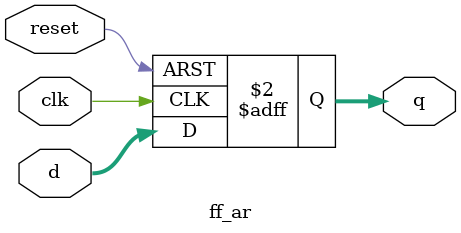
<source format=sv>
/**
 * Flip-flop with asynchronous reset
 */
module ff_ar(input logic        clk, reset,
             input logic [3:0]  d,
             output logic [3:0] q);

   // asyncronous reset
   always_ff@(posedge clk, posedge reset)
     if (reset) q <= 4'b0000;
     else       q <= d;
     
endmodule // ff_ar

</source>
